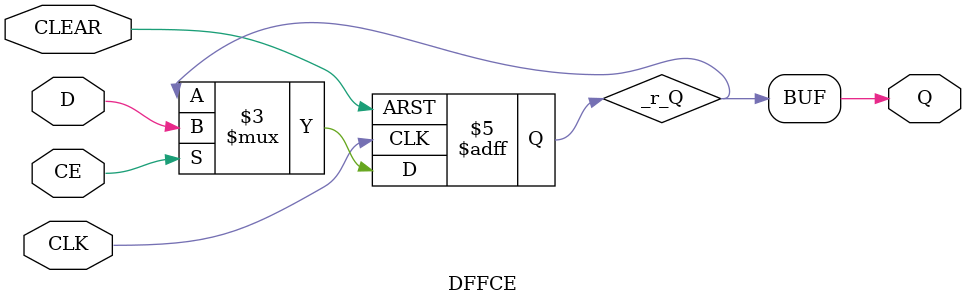
<source format=v>
`ifdef verilator3
`else
`timescale 1 ps / 1 ps
`endif

module DFFCE
#(
    parameter INIT = 1'b0
)
(
    input  CLEAR,
    input  CLK,
    input  CE,
    input  D,
    output Q
);

    reg _r_Q;

    initial begin
        _r_Q = INIT;
    end

    always @(posedge CLEAR or posedge CLK) begin
    
        if (CLEAR) begin
            _r_Q <= 1'b0;
        end
        else if (CE) begin
            _r_Q <= D;
        end
    end

    assign Q = _r_Q;

endmodule

</source>
